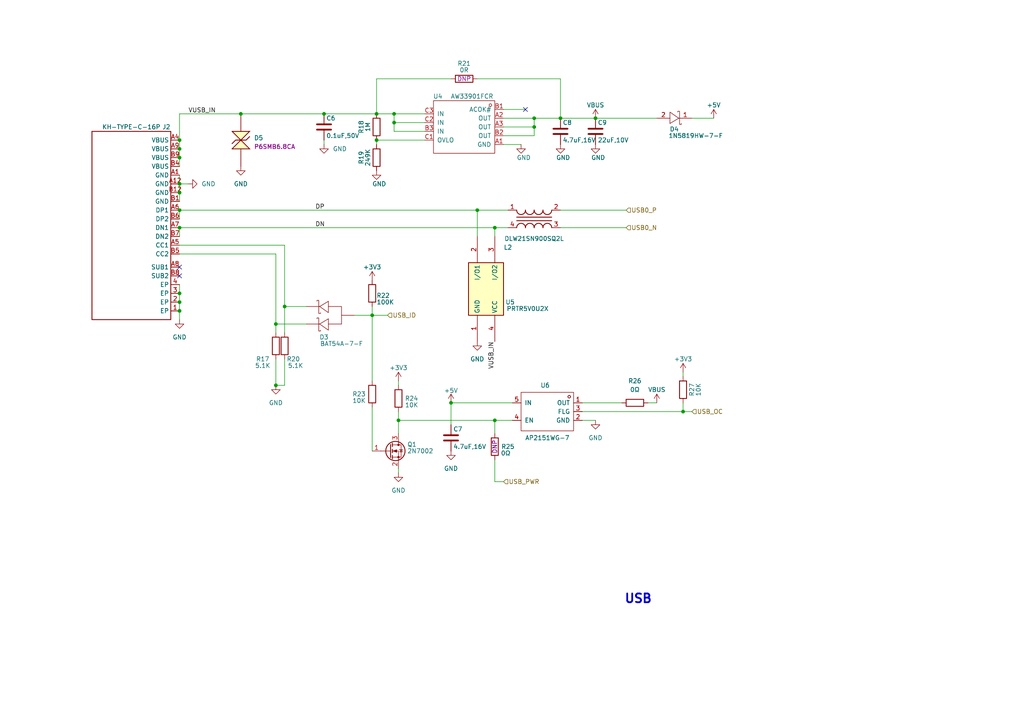
<source format=kicad_sch>
(kicad_sch (version 20230121) (generator eeschema)
  (paper "A4")
  (title_block (title "HPM6750 ADC EVK") (date "2023-5-25") (rev "A"))
  (lib_symbols
    (symbol "02_HPM_RES:0Ω" (pin_numbers hide) (pin_names (offset 0))
      (property "Reference" "R" (at -3.81 0.635 0))
      (property "Value" "0Ω" (at 5.08 0.635 0))
      (symbol "0Ω_0_1"
        (rectangle (start 2.54 -1.016) (end -2.54 1.016) (stroke (width 0.254)))
      )
      (symbol "0Ω_1_1"
        (pin passive line (at -3.81 0 0) (length 1.27) (name "~") (number "1"))
        (pin passive line (at 3.81 0 180) (length 1.27) (name "~") (number "2"))
      )
    )
    (symbol "02_HPM_RES:10K" (pin_numbers hide) (pin_names (offset 0))
      (property "Reference" "R" (at -3.81 0.635 0))
      (property "Value" "10K" (at 4.445 0.635 0))
      (symbol "10K_0_1"
        (rectangle (start 2.54 -1.016) (end -2.54 1.016) (stroke (width 0.254)))
      )
      (symbol "10K_1_1"
        (pin passive line (at -3.81 0 0) (length 1.27) (name "~") (number "1"))
        (pin passive line (at 3.81 0 180) (length 1.27) (name "~") (number "2"))
      )
    )
    (symbol "02_HPM_Resis:10K" (pin_numbers hide) (pin_names (offset 0))
      (property "Reference" "R" (at -3.81 0.635 0))
      (property "Value" "10K" (at 4.445 0.635 0))
      (symbol "10K_0_1"
        (rectangle (start 2.54 -1.016) (end -2.54 1.016) (stroke (width 0.254)))
      )
      (symbol "10K_1_1"
        (pin passive line (at -3.81 0 0) (length 1.27) (name "~") (number "1"))
        (pin passive line (at 3.81 0 180) (length 1.27) (name "~") (number "2"))
      )
    )
    (symbol "02_HPM_Resis:5.1K" (pin_numbers hide) (pin_names (offset 0))
      (property "Reference" "R" (at -3.81 0.635 0))
      (property "Value" "5.1K" (at 5.08 0.635 0))
      (symbol "5.1K_0_1"
        (rectangle (start 2.54 -1.016) (end -2.54 1.016) (stroke (width 0.254)))
      )
      (symbol "5.1K_1_1"
        (pin passive line (at -3.81 0 0) (length 1.27) (name "~") (number "1"))
        (pin passive line (at 3.81 0 180) (length 1.27) (name "~") (number "2"))
      )
    )
    (symbol "02_HPM_Resis:NC" (pin_numbers hide) (pin_names (offset 0))
      (property "Reference" "R" (at -3.81 0.635 0))
      (property "Value" "NC" (at 4.445 0.635 0))
      (symbol "NC_0_1"
        (rectangle (start 2.54 -1.016) (end -2.54 1.016) (stroke (width 0.254)))
      )
      (symbol "NC_1_1"
        (pin passive line (at -3.81 0 0) (length 1.27) (name "~") (number "1"))
        (pin passive line (at 3.81 0 180) (length 1.27) (name "~") (number "2"))
      )
    )
    (symbol "03_HPM_CAP:0.1uF,50V" (pin_numbers hide) (pin_names (offset 0.254))
      (property "Reference" "C" (at 0.635 2.54 0))
      (property "Value" "0.1uF,50V" (at 0.635 -2.54 0))
      (symbol "0.1uF,50V_0_1"
        (polyline (pts (xy -2.032 -0.762) (xy 2.032 -0.762)) (stroke (width 0.508)))
        (polyline (pts (xy -2.032 0.762) (xy 2.032 0.762)) (stroke (width 0.508)))
      )
      (symbol "0.1uF,50V_1_1"
        (pin passive line (at 0 3.81 270) (length 2.794) (name "~") (number "1"))
        (pin passive line (at 0 -3.81 90) (length 2.794) (name "~") (number "2"))
      )
    )
    (symbol "03_HPM_CAP:22uF,10V" (pin_numbers hide) (pin_names (offset 0.254))
      (property "Reference" "C" (at 0.635 2.54 0))
      (property "Value" "22uF,10V" (at 0.635 -2.54 0))
      (symbol "22uF,10V_0_1"
        (polyline (pts (xy -2.032 -0.762) (xy 2.032 -0.762)) (stroke (width 0.508)))
        (polyline (pts (xy -2.032 0.762) (xy 2.032 0.762)) (stroke (width 0.508)))
      )
      (symbol "22uF,10V_1_1"
        (pin passive line (at 0 3.81 270) (length 2.794) (name "~") (number "1"))
        (pin passive line (at 0 -3.81 90) (length 2.794) (name "~") (number "2"))
      )
    )
    (symbol "03_HPM_CAP:4.7uF,10V" (pin_numbers hide) (pin_names (offset 0.254))
      (property "Reference" "C" (at 0.635 2.54 0))
      (property "Value" "4.7uF,10V" (at 0.635 -2.54 0))
      (symbol "4.7uF,10V_0_1"
        (polyline (pts (xy -2.032 -0.762) (xy 2.032 -0.762)) (stroke (width 0.508)))
        (polyline (pts (xy -2.032 0.762) (xy 2.032 0.762)) (stroke (width 0.508)))
      )
      (symbol "4.7uF,10V_1_1"
        (pin passive line (at 0 3.81 270) (length 2.794) (name "~") (number "1"))
        (pin passive line (at 0 -3.81 90) (length 2.794) (name "~") (number "2"))
      )
    )
    (symbol "04_HPM_Diode: 1N5819HW-7-F" (pin_names (offset 1.016) hide)
      (property "Reference" "D" (at -10.16 3.175 0))
      (property "Value" " 1N5819HW-7-F" (at -0.635 3.175 0))
      (symbol " 1N5819HW-7-F_1_1"
        (polyline (pts (xy 1.27 1.524) (xy -1.27 0) (xy -1.27 0) (xy 1.27 -1.778) (xy 1.27 -1.778) (xy 1.27 1.524)))
        (polyline (pts (xy -2.032 1.524) (xy -2.032 1.778) (xy -2.032 1.778) (xy -1.524 1.778) (xy -1.524 1.778) (xy -1.524 -2.032) (xy -1.524 -2.032) (xy -1.016 -2.032) (xy -1.016 -2.032) (xy -1.016 -1.778)))
        (pin input line (at -5.08 0 0) (length 3.81) (name "K") (number "1"))
        (pin input line (at 5.08 0 180) (length 3.81) (name "A") (number "2"))
      )
    )
    (symbol "04_HPM_Diode:BAT54A-7-F" (pin_numbers hide) (pin_names (offset 1.016) hide)
      (property "Reference" "D" (at 0 0 0))
      (property "Value" "BAT54A-7-F" (at 0.635 -5.715 0))
      (symbol "BAT54A-7-F_1_1"
        (polyline (pts (xy -1.27 2.54) (xy -5.08 2.54)))
        (polyline (pts (xy -1.27 -2.54) (xy -5.08 -2.54) (xy -5.08 -2.54) (xy -5.08 2.54)))
        (polyline (pts (xy -1.27 -4.064) (xy 1.27 -2.54) (xy 1.27 -2.54) (xy -1.27 -0.762) (xy -1.27 -0.762) (xy -1.27 -4.064)))
        (polyline (pts (xy -1.27 1.016) (xy 1.27 2.54) (xy 1.27 2.54) (xy -1.27 4.318) (xy -1.27 4.318) (xy -1.27 1.016)))
        (polyline (pts (xy 2.032 -4.064) (xy 2.032 -4.318) (xy 2.032 -4.318) (xy 1.524 -4.318) (xy 1.524 -4.318) (xy 1.524 -0.508) (xy 1.524 -0.508) (xy 1.016 -0.508) (xy 1.016 -0.508) (xy 1.016 -0.762)))
        (polyline (pts (xy 2.032 1.016) (xy 2.032 0.762) (xy 2.032 0.762) (xy 1.524 0.762) (xy 1.524 0.762) (xy 1.524 4.572) (xy 1.524 4.572) (xy 1.016 4.572) (xy 1.016 4.572) (xy 1.016 4.318)))
        (pin input line (at 5.08 -2.54 180) (length 3.81) (name "A") (number "1"))
        (pin input line (at 5.08 2.54 180) (length 3.81) (name "A") (number "2"))
        (pin input line (at -8.89 0 0) (length 3.81) (name "K") (number "3"))
      )
    )
    (symbol "04_HPM_Diode:PRTR5V0U2X"
      (property "Reference" "U" (at 12.065 -5.715 0))
      (property "Value" "PRTR5V0U2X" (at 7.62 -33.02 0))
      (symbol "PRTR5V0U2X_1_0"
        (rectangle (start 12.7 -7.62) (end 2.54 -22.86) (stroke (width 0.254)) (fill (type background)))
        (pin passive line (at 5.08 -30.48 90) (length 7.62) (name "GND") (number "1"))
        (pin passive line (at 5.08 0 270) (length 7.62) (name "I/O1") (number "2"))
        (pin passive line (at 10.16 0 270) (length 7.62) (name "I/O2") (number "3"))
        (pin passive line (at 10.16 -30.48 90) (length 7.62) (name "VCC") (number "4"))
      )
    )
    (symbol "06_HPM_IC:AP2151WG-7" (pin_names (offset 1.016))
      (property "Reference" "U" (at 0 0 0))
      (property "Value" "AP2151WG-7" (at 0 -7.62 0))
      (symbol "AP2151WG-7_1_1"
        (rectangle (start -7.62 -5.588) (end 7.62 5.588))
        (circle (center -6.35 4.318) (radius 0.381))
        (circle (center -6.35 4.318) (radius 0.381))
        (pin input line (at -10.16 2.54 0) (length 2.54) (name "OUT") (number "1"))
        (pin input line (at -10.16 -2.54 0) (length 2.54) (name "GND") (number "2"))
        (pin input line (at -10.16 0 0) (length 2.54) (name "FLG") (number "3"))
        (pin input line (at 10.16 -2.54 180) (length 2.54) (name "EN") (number "4"))
        (pin input line (at 10.16 2.54 180) (length 2.54) (name "IN") (number "5"))
      )
    )
    (symbol "06_HPM_IC:AW33901FCR" (pin_names (offset 1.016))
      (property "Reference" "U" (at -7.62 8.89 0))
      (property "Value" "AW33901FCR" (at 0 8.89 0))
      (symbol "AW33901FCR_1_1"
        (rectangle (start -8.89 7.62) (end 8.89 -7.62))
        (circle (center 7.62 6.35) (radius 0.381))
        (pin input line (at 11.43 -5.08 180) (length 2.54) (name "GND") (number "A1"))
        (pin input line (at 11.43 2.54 180) (length 2.54) (name "OUT") (number "A2"))
        (pin input line (at 11.43 0 180) (length 2.54) (name "OUT") (number "A3"))
        (pin input line (at 11.43 5.08 180) (length 2.54) (name "ACOK#") (number "B1"))
        (pin input line (at 11.43 -2.54 180) (length 2.54) (name "OUT") (number "B2"))
        (pin input line (at -11.43 -1.27 0) (length 2.54) (name "IN") (number "B3"))
        (pin input line (at -11.43 -3.81 0) (length 2.54) (name "OVLO") (number "C1"))
        (pin input line (at -11.43 1.27 0) (length 2.54) (name "IN") (number "C2"))
        (pin input line (at -11.43 3.81 0) (length 2.54) (name "IN") (number "C3"))
      )
    )
    (symbol "07_HPM_L:DLW21SN900SQ2L"
      (property "Reference" "L" (at 0 0 0))
      (property "Value" "DLW21SN900SQ2L" (at 8.89 -9.525 0))
      (symbol "DLW21SN900SQ2L_1_0"
        (polyline (pts (xy 3.81 -5.588) (xy 13.97 -5.588)) (stroke (width 0.254)))
        (polyline (pts (xy 3.81 -4.572) (xy 13.97 -4.572)) (stroke (width 0.254)))
        (arc (start 3.81 -2.54) (mid 5.08 -3.8045) (end 6.35 -2.54) (stroke (width 0.254)))
        (arc (start 6.35 -7.62) (mid 5.08 -6.3555) (end 3.81 -7.62) (stroke (width 0.254)))
        (arc (start 6.35 -2.54) (mid 7.62 -3.8045) (end 8.89 -2.54) (stroke (width 0.254)))
        (arc (start 8.89 -7.62) (mid 7.62 -6.3555) (end 6.35 -7.62) (stroke (width 0.254)))
        (arc (start 8.89 -2.54) (mid 10.16 -3.8045) (end 11.43 -2.54) (stroke (width 0.254)))
        (arc (start 11.43 -7.62) (mid 10.16 -6.3555) (end 8.89 -7.62) (stroke (width 0.254)))
        (arc (start 11.43 -2.54) (mid 12.7 -3.8045) (end 13.97 -2.54) (stroke (width 0.254)))
        (arc (start 13.97 -7.62) (mid 12.7 -6.3555) (end 11.43 -7.62) (stroke (width 0.254)))
        (pin passive line (at 1.27 -7.62 0) (length 2.54) (name "") (number "1"))
        (pin passive line (at 16.51 -7.62 180) (length 2.54) (name "") (number "2"))
        (pin passive line (at 16.51 -2.54 180) (length 2.54) (name "") (number "3"))
        (pin passive line (at 1.27 -2.54 0) (length 2.54) (name "") (number "4"))
      )
    )
    (symbol "1HPM0531:KH-TYPE-C-16P"
      (property "Reference" "J" (at 21.59 1.27 0))
      (property "Value" "KH-TYPE-C-16P" (at 11.43 1.27 0))
      (symbol "KH-TYPE-C-16P_1_0"
        (rectangle (start 0 0) (end 22.86 -54.61) (stroke (width 0.254)))
        (pin passive line (at 25.4 -52.07 180) (length 2.54) (name "EP") (number "1"))
        (pin passive line (at 25.4 -49.53 180) (length 2.54) (name "EP") (number "2"))
        (pin passive line (at 25.4 -46.99 180) (length 2.54) (name "EP") (number "3"))
        (pin passive line (at 25.4 -44.45 180) (length 2.54) (name "EP") (number "4"))
        (pin passive line (at 25.4 -12.7 180) (length 2.54) (name "GND") (number "A1"))
        (pin passive line (at 25.4 -15.24 180) (length 2.54) (name "GND") (number "A12"))
        (pin passive line (at 25.4 -2.54 180) (length 2.54) (name "VBUS") (number "A4"))
        (pin passive line (at 25.4 -33.02 180) (length 2.54) (name "CC1") (number "A5"))
        (pin passive line (at 25.4 -22.86 180) (length 2.54) (name "DP1") (number "A6"))
        (pin passive line (at 25.4 -27.94 180) (length 2.54) (name "DN1") (number "A7"))
        (pin passive line (at 25.4 -39.37 180) (length 2.54) (name "SUB1") (number "A8"))
        (pin passive line (at 25.4 -5.08 180) (length 2.54) (name "VBUS") (number "A9"))
        (pin passive line (at 25.4 -20.32 180) (length 2.54) (name "GND") (number "B1"))
        (pin passive line (at 25.4 -17.78 180) (length 2.54) (name "GND") (number "B12"))
        (pin passive line (at 25.4 -10.16 180) (length 2.54) (name "VBUS") (number "B4"))
        (pin passive line (at 25.4 -35.56 180) (length 2.54) (name "CC2") (number "B5"))
        (pin passive line (at 25.4 -25.4 180) (length 2.54) (name "DP2") (number "B6"))
        (pin passive line (at 25.4 -30.48 180) (length 2.54) (name "DN2") (number "B7"))
        (pin passive line (at 25.4 -41.91 180) (length 2.54) (name "SUB2") (number "B8"))
        (pin passive line (at 25.4 -7.62 180) (length 2.54) (name "VBUS") (number "B9"))
      )
    )
    (symbol "Transistor_FET:2N7002" (pin_names hide)
      (property "Reference" "Q" (at 5.08 1.905 0))
      (property "Value" "2N7002" (at 5.08 0 0))
      (symbol "2N7002_0_1"
        (polyline (pts (xy 0.254 0) (xy -2.54 0)))
        (polyline (pts (xy 0.254 1.905) (xy 0.254 -1.905)) (stroke (width 0.254)))
        (polyline (pts (xy 0.762 -1.27) (xy 0.762 -2.286)) (stroke (width 0.254)))
        (polyline (pts (xy 0.762 0.508) (xy 0.762 -0.508)) (stroke (width 0.254)))
        (polyline (pts (xy 0.762 2.286) (xy 0.762 1.27)) (stroke (width 0.254)))
        (polyline (pts (xy 2.54 2.54) (xy 2.54 1.778)))
        (polyline (pts (xy 2.54 -2.54) (xy 2.54 0) (xy 0.762 0)))
        (polyline (pts (xy 0.762 -1.778) (xy 3.302 -1.778) (xy 3.302 1.778) (xy 0.762 1.778)))
        (polyline (pts (xy 1.016 0) (xy 2.032 0.381) (xy 2.032 -0.381) (xy 1.016 0)) (fill (type outline)))
        (polyline (pts (xy 2.794 0.508) (xy 2.921 0.381) (xy 3.683 0.381) (xy 3.81 0.254)))
        (polyline (pts (xy 3.302 0.381) (xy 2.921 -0.254) (xy 3.683 -0.254) (xy 3.302 0.381)))
        (circle (center 1.651 0) (radius 2.794) (stroke (width 0.254)))
        (circle (center 2.54 -1.778) (radius 0.254) (fill (type outline)))
        (circle (center 2.54 1.778) (radius 0.254) (fill (type outline)))
      )
      (symbol "2N7002_1_1"
        (pin input line (at -5.08 0 0) (length 2.54) (name "G") (number "1"))
        (pin passive line (at 2.54 -5.08 90) (length 2.54) (name "S") (number "2"))
        (pin passive line (at 2.54 5.08 270) (length 2.54) (name "D") (number "3"))
      )
    )
    (symbol "lc_Diode:SMB/DO-214AA_P6SMB6.8CA" (pin_numbers hide) (pin_names (offset 1.016) hide)
      (property "Reference" "D" (at -0.0254 1.27 0))
      (property "Comment" "P6SMB6.8CA" (at 3.7846 1.27 0))
      (symbol "SMB/DO-214AA_P6SMB6.8CA_1_1"
        (polyline (pts (xy 5.08 -5.08) (xy 7.62 -2.54) (xy 5.08 0) (xy 5.08 -5.08)) (stroke (width 0.254)) (fill (type background)))
        (polyline (pts (xy 8.636 -5.08) (xy 7.62 -4.064) (xy 7.62 -1.016) (xy 6.604 0)) (stroke (width 0.254)))
        (polyline (pts (xy 10.16 -5.08) (xy 7.62 -2.54) (xy 10.16 0) (xy 10.16 -5.08)) (stroke (width 0.254)) (fill (type background)))
        (pin passive line (at 0 -2.54 0) (length 5.08) (name "A") (number "1"))
        (pin passive line (at 15.24 -2.54 180) (length 5.08) (name "K") (number "2"))
      )
    )
    (symbol "power:+3V3" (power) (pin_names (offset 0))
      (property "Value" "+3V3" (at 0 3.556 0))
      (symbol "+3V3_0_1"
        (polyline (pts (xy -0.762 1.27) (xy 0 2.54)))
        (polyline (pts (xy 0 0) (xy 0 2.54)))
        (polyline (pts (xy 0 2.54) (xy 0.762 1.27)))
      )
      (symbol "+3V3_1_1"
        (pin power_in line (at 0 0 90) (length 0) hide (name "+3V3") (number "1"))
      )
    )
    (symbol "power:+5V" (power) (pin_names (offset 0))
      (property "Value" "+5V" (at 0 3.556 0))
      (symbol "+5V_0_1"
        (polyline (pts (xy -0.762 1.27) (xy 0 2.54)))
        (polyline (pts (xy 0 0) (xy 0 2.54)))
        (polyline (pts (xy 0 2.54) (xy 0.762 1.27)))
      )
      (symbol "+5V_1_1"
        (pin power_in line (at 0 0 90) (length 0) hide (name "+5V") (number "1"))
      )
    )
    (symbol "power:GND" (power) (pin_names (offset 0))
      (property "Value" "GND" (at 0 -3.81 0))
      (symbol "GND_0_1"
        (polyline (pts (xy 0 0) (xy 0 -1.27) (xy 1.27 -1.27) (xy 0 -2.54) (xy -1.27 -1.27) (xy 0 -1.27)))
      )
      (symbol "GND_1_1"
        (pin power_in line (at 0 0 270) (length 0) hide (name "GND") (number "1"))
      )
    )
    (symbol "power:VBUS" (power) (pin_names (offset 0))
      (property "Value" "VBUS" (at 0 3.81 0))
      (symbol "VBUS_0_1"
        (polyline (pts (xy -0.762 1.27) (xy 0 2.54)))
        (polyline (pts (xy 0 0) (xy 0 2.54)))
        (polyline (pts (xy 0 2.54) (xy 0.762 1.27)))
      )
      (symbol "VBUS_1_1"
        (pin power_in line (at 0 0 90) (length 0) hide (name "VBUS") (number "1"))
      )
    )
  )
  (junction (at 52.07 53.34))
  (junction (at 162.56 34.29))
  (junction (at 172.72 34.29))
  (junction (at 114.3 33.02))
  (junction (at 52.07 43.18))
  (junction (at 154.94 36.83))
  (junction (at 52.07 45.72))
  (junction (at 52.07 60.96))
  (junction (at 52.07 55.88))
  (junction (at 52.07 40.64))
  (junction (at 130.81 116.84))
  (junction (at 114.3 35.56))
  (junction (at 69.85 33.02))
  (junction (at 115.57 121.92))
  (junction (at 154.94 34.29))
  (junction (at 143.51 121.92))
  (junction (at 52.07 87.63))
  (junction (at 80.01 111.76))
  (junction (at 80.01 93.98))
  (junction (at 93.98 33.02))
  (junction (at 109.22 33.02))
  (junction (at 198.12 119.38))
  (junction (at 82.55 88.9))
  (junction (at 143.51 66.04))
  (junction (at 109.22 40.64))
  (junction (at 52.07 85.09))
  (junction (at 107.95 91.44))
  (junction (at 52.07 66.04))
  (junction (at 52.07 90.17))
  (junction (at 138.43 60.96))
  (no_connect (at 152.4 31.75))
  (no_connect (at 52.07 80.01))
  (no_connect (at 52.07 77.47))
  (wire (pts (xy 115.57 121.92) (xy 143.51 121.92)))
  (wire (pts (xy 143.51 66.04) (xy 147.32 66.04)))
  (wire (pts (xy 198.12 119.38) (xy 200.66 119.38)))
  (wire (pts (xy 52.07 43.18) (xy 52.07 45.72)))
  (wire (pts (xy 143.51 66.04) (xy 143.51 68.58)))
  (wire (pts (xy 154.94 39.37) (xy 154.94 36.83)))
  (wire (pts (xy 154.94 34.29) (xy 162.56 34.29)))
  (wire (pts (xy 123.19 38.1) (xy 114.3 38.1)))
  (wire (pts (xy 200.66 34.29) (xy 207.01 34.29)))
  (wire (pts (xy 146.05 139.7) (xy 143.51 139.7)))
  (wire (pts (xy 146.05 34.29) (xy 154.94 34.29)))
  (wire (pts (xy 146.05 41.91) (xy 151.13 41.91)))
  (wire (pts (xy 172.72 121.92) (xy 168.91 121.92)))
  (wire (pts (xy 52.07 55.88) (xy 52.07 58.42)))
  (wire (pts (xy 109.22 41.91) (xy 109.22 40.64)))
  (wire (pts (xy 52.07 53.34) (xy 52.07 55.88)))
  (wire (pts (xy 115.57 121.92) (xy 115.57 125.73)))
  (wire (pts (xy 93.98 33.02) (xy 109.22 33.02)))
  (wire (pts (xy 82.55 104.14) (xy 82.55 111.76)))
  (wire (pts (xy 52.07 60.96) (xy 52.07 63.5)))
  (wire (pts (xy 198.12 107.95) (xy 198.12 109.22)))
  (wire (pts (xy 162.56 22.86) (xy 162.56 34.29)))
  (wire (pts (xy 54.61 53.34) (xy 52.07 53.34)))
  (wire (pts (xy 52.07 82.55) (xy 52.07 85.09)))
  (wire (pts (xy 115.57 137.16) (xy 115.57 135.89)))
  (wire (pts (xy 114.3 35.56) (xy 114.3 33.02)))
  (wire (pts (xy 52.07 92.71) (xy 52.07 90.17)))
  (wire (pts (xy 146.05 36.83) (xy 154.94 36.83)))
  (wire (pts (xy 52.07 66.04) (xy 143.51 66.04)))
  (wire (pts (xy 115.57 119.38) (xy 115.57 121.92)))
  (wire (pts (xy 52.07 73.66) (xy 80.01 73.66)))
  (wire (pts (xy 154.94 36.83) (xy 154.94 34.29)))
  (wire (pts (xy 107.95 118.11) (xy 107.95 130.81)))
  (wire (pts (xy 52.07 50.8) (xy 52.07 53.34)))
  (wire (pts (xy 109.22 40.64) (xy 123.19 40.64)))
  (wire (pts (xy 93.98 41.91) (xy 93.98 40.64)))
  (wire (pts (xy 52.07 71.12) (xy 82.55 71.12)))
  (wire (pts (xy 52.07 85.09) (xy 52.07 87.63)))
  (wire (pts (xy 115.57 110.49) (xy 115.57 111.76)))
  (wire (pts (xy 69.85 33.02) (xy 93.98 33.02)))
  (wire (pts (xy 109.22 33.02) (xy 114.3 33.02)))
  (wire (pts (xy 109.22 22.86) (xy 109.22 33.02)))
  (wire (pts (xy 114.3 35.56) (xy 123.19 35.56)))
  (wire (pts (xy 107.95 91.44) (xy 107.95 110.49)))
  (wire (pts (xy 82.55 88.9) (xy 82.55 96.52)))
  (wire (pts (xy 52.07 40.64) (xy 52.07 33.02)))
  (wire (pts (xy 138.43 60.96) (xy 138.43 68.58)))
  (wire (pts (xy 52.07 87.63) (xy 52.07 90.17)))
  (wire (pts (xy 80.01 93.98) (xy 80.01 96.52)))
  (wire (pts (xy 82.55 71.12) (xy 82.55 88.9)))
  (wire (pts (xy 190.5 116.84) (xy 187.96 116.84)))
  (wire (pts (xy 82.55 111.76) (xy 80.01 111.76)))
  (wire (pts (xy 148.59 121.92) (xy 143.51 121.92)))
  (wire (pts (xy 198.12 116.84) (xy 198.12 119.38)))
  (wire (pts (xy 52.07 45.72) (xy 52.07 48.26)))
  (wire (pts (xy 162.56 60.96) (xy 181.61 60.96)))
  (wire (pts (xy 143.51 133.35) (xy 143.51 139.7)))
  (wire (pts (xy 168.91 116.84) (xy 180.34 116.84)))
  (wire (pts (xy 52.07 40.64) (xy 52.07 43.18)))
  (wire (pts (xy 52.07 60.96) (xy 138.43 60.96)))
  (wire (pts (xy 138.43 60.96) (xy 147.32 60.96)))
  (wire (pts (xy 168.91 119.38) (xy 198.12 119.38)))
  (wire (pts (xy 138.43 22.86) (xy 162.56 22.86)))
  (wire (pts (xy 102.87 91.44) (xy 107.95 91.44)))
  (wire (pts (xy 80.01 73.66) (xy 80.01 93.98)))
  (wire (pts (xy 107.95 88.9) (xy 107.95 91.44)))
  (wire (pts (xy 80.01 93.98) (xy 88.9 93.98)))
  (wire (pts (xy 130.81 116.84) (xy 148.59 116.84)))
  (wire (pts (xy 52.07 33.02) (xy 69.85 33.02)))
  (wire (pts (xy 143.51 121.92) (xy 143.51 125.73)))
  (wire (pts (xy 114.3 38.1) (xy 114.3 35.56)))
  (wire (pts (xy 146.05 31.75) (xy 152.4 31.75)))
  (wire (pts (xy 52.07 66.04) (xy 52.07 68.58)))
  (wire (pts (xy 130.81 116.84) (xy 130.81 123.19)))
  (wire (pts (xy 80.01 104.14) (xy 80.01 111.76)))
  (wire (pts (xy 130.81 22.86) (xy 109.22 22.86)))
  (wire (pts (xy 82.55 88.9) (xy 88.9 88.9)))
  (wire (pts (xy 162.56 34.29) (xy 172.72 34.29)))
  (wire (pts (xy 162.56 66.04) (xy 181.61 66.04)))
  (wire (pts (xy 114.3 33.02) (xy 123.19 33.02)))
  (wire (pts (xy 172.72 34.29) (xy 190.5 34.29)))
  (wire (pts (xy 107.95 91.44) (xy 112.395 91.44)))
  (wire (pts (xy 146.05 39.37) (xy 154.94 39.37)))
  (text "USB" (at 180.975 175.26 0) (effects (font (size 2.54 2.54) (thickness 0.508) bold) (justify left bottom)))
  (label "VUSB_IN" (at 54.61 33.02 0))
  (label "DN" (at 91.44 66.04 0))
  (label "VUSB_IN" (at 143.51 99.06 270))
  (label "DP" (at 91.44 60.96 0))
  (hierarchical_label "USB_ID" (shape input) (at 112.395 91.44 0))
  (hierarchical_label "USB0_N" (shape input) (at 181.61 66.04 0))
  (hierarchical_label "USB0_P" (shape input) (at 181.61 60.96 0))
  (hierarchical_label "USB_PWR" (shape input) (at 146.05 139.7 0))
  (hierarchical_label "USB_OC" (shape input) (at 200.66 119.38 0))
  (symbol (lib_id "02_HPM_Resis:10K") (at 109.22 45.72 90) (unit 1)
    (property "Reference" "R19" (at 104.775 45.72 0))
    (property "Value" "249K" (at 106.68 45.72 0))
    (property "Footprint" "02_HPM_Resis:R_0402_1005Metric" (effects hide))
    (instances (project "HPM5300_ADC_EVK_RevA" (path "" (reference "R19") (unit 1))) (project "Four_Servo_HPM6280_MB" (path "" (reference "R20") (unit 1))))
  )
  (symbol (lib_id "power:GND") (at 69.85 48.26 0) (unit 1)
    (property "Reference" "#PWR043" (effects hide))
    (property "Value" "GND" (at 69.85 53.34 0))
    (instances (project "HPM5300_ADC_EVK_RevA" (path "" (reference "#PWR043") (unit 1))) (project "Four_Servo_HPM6280_MB" (path "" (reference "#PWR038") (unit 1))))
  )
  (symbol (lib_id "power:+5V") (at 130.81 116.84 0) (unit 1)
    (property "Reference" "#PWR033" (effects hide))
    (property "Value" "+5V" (at 130.81 113.284 0))
    (instances (project "HPM5300_ADC_EVK_RevA" (path "" (reference "#PWR033") (unit 1))) (project "Four_Servo_HPM6280_MB" (path "" (reference "#PWR046") (unit 1))))
  )
  (symbol (lib_id "power:GND") (at 93.98 41.91 0) (unit 1)
    (property "Reference" "#PWR026" (effects hide))
    (property "Value" "GND" (at 96.52 43.1799 0) (effects (justify left)))
    (instances (project "HPM5300_ADC_EVK_RevA" (path "" (reference "#PWR026") (unit 1))) (project "Four_Servo_HPM6280_MB" (path "" (reference "#PWR039") (unit 1))))
  )
  (symbol (lib_id "power:GND") (at 172.72 41.91 0) (unit 1)
    (property "Reference" "#PWR038" (effects hide))
    (property "Value" "GND" (at 171.45 45.72 0) (effects (justify left)))
    (instances (project "HPM5300_ADC_EVK_RevA" (path "" (reference "#PWR038") (unit 1))) (project "Four_Servo_HPM6280_MB" (path "" (reference "#PWR052") (unit 1))))
  )
  (symbol (lib_id "power:GND") (at 115.57 137.16 0) (unit 1)
    (property "Reference" "#PWR031" (effects hide))
    (property "Value" "GND" (at 115.57 142.24 0))
    (instances (project "HPM5300_ADC_EVK_RevA" (path "" (reference "#PWR031") (unit 1))) (project "Four_Servo_HPM6280_MB" (path "" (reference "#PWR044") (unit 1))))
  )
  (symbol (lib_id "02_HPM_Resis:10K") (at 143.51 129.54 90) (unit 1)
    (property "Reference" "R25" (at 147.32 129.54 90))
    (property "Value" "0Ω" (at 146.685 131.445 90))
    (property "Footprint" "02_HPM_Resis:R_0402_1005Metric" (effects hide))
    (property "DNP" "DNP" (at 143.51 129.54 0))
    (instances (project "HPM5300_ADC_EVK_RevA" (path "" (reference "R25") (unit 1))) (project "Four_Servo_HPM6280_MB" (path "" (reference "R26") (unit 1))))
  )
  (symbol (lib_id "Transistor_FET:2N7002") (at 113.03 130.81 0) (unit 1)
    (property "Reference" "Q1" (at 118.11 128.905 0) (effects (justify left)))
    (property "Value" "2N7002" (at 118.11 130.81 0) (effects (justify left)))
    (property "Footprint" "Package_TO_SOT_SMD:SOT-23" (effects hide))
    (property "Datasheet" "https://www.onsemi.com/pub/Collateral/NDS7002A-D.PDF" (effects hide))
    (instances (project "HPM5300_ADC_EVK_RevA" (path "" (reference "Q1") (unit 1))) (project "Four_Servo_HPM6280_MB" (path "" (reference "Q2") (unit 1))))
  )
  (symbol (lib_id "03_HPM_CAP:4.7uF,10V") (at 130.81 127 0) (unit 1)
    (property "Reference" "C7" (at 131.445 124.46 0) (effects (justify left)))
    (property "Value" "4.7uF,16V" (at 131.445 129.54 0) (effects (justify left)))
    (property "Footprint" "03_HPM_CAP:C_0402_1005Metric" (effects hide))
    (instances (project "HPM5300_ADC_EVK_RevA" (path "" (reference "C7") (unit 1))) (project "Four_Servo_HPM6280_MB" (path "" (reference "C27") (unit 1))))
  )
  (symbol (lib_id "power:GND") (at 52.07 92.71 0) (unit 1)
    (property "Reference" "#PWR024" (effects hide))
    (property "Value" "GND" (at 52.07 97.79 0))
    (instances (project "HPM5300_ADC_EVK_RevA" (path "" (reference "#PWR024") (unit 1))) (project "Four_Servo_HPM6280_MB" (path "" (reference "#PWR037") (unit 1))))
  )
  (symbol (lib_id "lc_Diode:SMB/DO-214AA_P6SMB6.8CA") (at 67.31 48.26 90) (unit 1)
    (property "Reference" "D5" (at 73.66 40.005 90) (effects (justify right)))
    (property "Value" "SMB/DO-214AA_P6SMB6.8CA" (effects hide))
    (property "Footprint" "lc_lib:SMB(DO-214AA)_S1" (effects hide))
    (property "Datasheet" "http://www.szlcsc.com/product/details_79530.html" (effects hide))
    (property "description" "TVS" (effects hide))
    (property "ComponentLink1Description" "供应商链接" (effects hide))
    (property "Package" "SMB/DO-214AA" (effects hide))
    (property "Supplier" "LC" (effects hide))
    (property "SuppliersPartNumber" "C78395" (effects hide))
    (property "Comment" "P6SMB6.8CA" (at 73.66 42.545 90) (effects (justify right)))
    (instances (project "HPM5300_ADC_EVK_RevA" (path "" (reference "D5") (unit 1)) (path "" (reference "D5") (unit 1)) (path "" (reference "D6") (unit 1))))
  )
  (symbol (lib_id "07_HPM_L:DLW21SN900SQ2L") (at 146.05 68.58 0) (mirror x) (unit 1)
    (property "Reference" "L2" (at 147.32 71.755 0))
    (property "Value" "DLW21SN900SQ2L" (at 154.94 69.215 0))
    (property "Footprint" "04_HPM_Diode:SMD_4P_DLW21H" (effects hide))
    (instances (project "HPM5300_ADC_EVK_RevA" (path "" (reference "L2") (unit 1))) (project "Four_Servo_HPM6280_MB" (path "" (reference "L3") (unit 1))))
  )
  (symbol (lib_id "06_HPM_IC:AW33901FCR") (at 134.62 36.83 0) (unit 1)
    (property "Reference" "U4" (at 127 27.94 0))
    (property "Value" "AW33901FCR" (at 136.906 27.94 0))
    (property "Footprint" "06_HPM_IC:FCQFN-9" (effects hide))
    (property "SuppliersPartNumber" "C506184" (effects hide))
    (instances (project "HPM5300_ADC_EVK_RevA" (path "" (reference "U4") (unit 1))) (project "Four_Servo_HPM6280_MB" (path "" (reference "U7") (unit 1))))
  )
  (symbol (lib_id "power:GND") (at 172.72 121.92 0) (unit 1)
    (property "Reference" "#PWR039" (effects hide))
    (property "Value" "GND" (at 172.72 127 0))
    (instances (project "HPM5300_ADC_EVK_RevA" (path "" (reference "#PWR039") (unit 1))) (project "Four_Servo_HPM6280_MB" (path "" (reference "#PWR053") (unit 1))))
  )
  (symbol (lib_id "03_HPM_CAP:0.1uF,50V") (at 93.98 36.83 0) (unit 1)
    (property "Reference" "C6" (at 94.615 34.29 0) (effects (justify left)))
    (property "Value" "0.1uF,50V" (at 94.615 39.37 0) (effects (justify left)))
    (property "Footprint" "03_HPM_CAP:C_0402_1005Metric" (effects hide))
    (instances (project "HPM5300_ADC_EVK_RevA" (path "" (reference "C6") (unit 1))) (project "Four_Servo_HPM6280_MB" (path "" (reference "C26") (unit 1))))
  )
  (symbol (lib_id "power:+3V3") (at 198.12 107.95 0) (unit 1)
    (property "Reference" "#PWR049" (effects hide))
    (property "Value" "+3V3" (at 198.12 104.14 0))
    (instances (project "HPM5300_ADC_EVK_RevA" (path "" (reference "#PWR049") (unit 1)) (path "" (reference "#PWR0115") (unit 1)) (path "" (reference "#PWR042") (unit 1))))
  )
  (symbol (lib_id "power:GND") (at 162.56 41.91 0) (unit 1)
    (property "Reference" "#PWR035" (effects hide))
    (property "Value" "GND" (at 161.29 45.72 0) (effects (justify left)))
    (instances (project "HPM5300_ADC_EVK_RevA" (path "" (reference "#PWR035") (unit 1))) (project "Four_Servo_HPM6280_MB" (path "" (reference "#PWR048") (unit 1))))
  )
  (symbol (lib_id "power:GND") (at 138.43 99.06 0) (unit 1)
    (property "Reference" "#PWR036" (effects hide))
    (property "Value" "GND" (at 138.43 104.14 0))
    (instances (project "HPM5300_ADC_EVK_RevA" (path "" (reference "#PWR036") (unit 1))) (project "Four_Servo_HPM6280_MB" (path "" (reference "#PWR049") (unit 1))))
  )
  (symbol (lib_id "02_HPM_Resis:NC") (at 107.95 85.09 90) (unit 1)
    (property "Reference" "R22" (at 111.125 85.725 90))
    (property "Value" "100K" (at 111.76 87.63 90))
    (property "Footprint" "02_HPM_Resis:R_0402_1005Metric" (effects hide))
    (instances (project "HPM5300_ADC_EVK_RevA" (path "" (reference "R22") (unit 1))) (project "Four_Servo_HPM6280_MB" (path "" (reference "R23") (unit 1))))
  )
  (symbol (lib_id "power:+3V3") (at 115.57 110.49 0) (unit 1)
    (property "Reference" "#PWR049" (effects hide))
    (property "Value" "+3V3" (at 115.57 106.68 0))
    (instances (project "HPM5300_ADC_EVK_RevA" (path "" (reference "#PWR049") (unit 1)) (path "" (reference "#PWR0115") (unit 1)) (path "" (reference "#PWR030") (unit 1))))
  )
  (symbol (lib_id "04_HPM_Diode:PRTR5V0U2X") (at 133.35 68.58 0) (unit 1)
    (property "Reference" "U5" (at 147.955 87.63 0))
    (property "Value" "PRTR5V0U2X" (at 153.035 89.535 0))
    (property "Footprint" "Package_TO_SOT_SMD:SOT-143" (effects hide))
    (instances (project "HPM5300_ADC_EVK_RevA" (path "" (reference "U5") (unit 1))) (project "Four_Servo_HPM6280_MB" (path "" (reference "U8") (unit 1))))
  )
  (symbol (lib_id "02_HPM_Resis:5.1K") (at 80.01 100.33 270) (unit 1)
    (property "Reference" "R17" (at 76.2 104.14 90))
    (property "Value" "5.1K" (at 76.2 106.045 90))
    (property "Footprint" "02_HPM_Resis:R_0402_1005Metric" (effects hide))
    (instances (project "HPM5300_ADC_EVK_RevA" (path "" (reference "R17") (unit 1))) (project "Four_Servo_HPM6280_MB" (path "" (reference "R18") (unit 1))))
  )
  (symbol (lib_id "power:+3V3") (at 107.95 81.28 0) (unit 1)
    (property "Reference" "#PWR049" (effects hide))
    (property "Value" "+3V3" (at 107.95 77.47 0))
    (instances (project "HPM5300_ADC_EVK_RevA" (path "" (reference "#PWR049") (unit 1)) (path "" (reference "#PWR0115") (unit 1)) (path "" (reference "#PWR029") (unit 1))))
  )
  (symbol (lib_id "02_HPM_Resis:5.1K") (at 82.55 100.33 270) (unit 1)
    (property "Reference" "R20" (at 85.09 104.14 90))
    (property "Value" "5.1K" (at 85.725 106.045 90))
    (property "Footprint" "02_HPM_Resis:R_0402_1005Metric" (effects hide))
    (instances (project "HPM5300_ADC_EVK_RevA" (path "" (reference "R20") (unit 1))) (project "Four_Servo_HPM6280_MB" (path "" (reference "R21") (unit 1))))
  )
  (symbol (lib_id "06_HPM_IC:AP2151WG-7") (at 158.75 119.38 0) (mirror y) (unit 1)
    (property "Reference" "U6" (at 158.115 111.76 0))
    (property "Value" "AP2151WG-7" (at 158.75 127 0))
    (property "Footprint" "Package_TO_SOT_SMD:SOT-23-5" (effects hide))
    (property "SuppliersPartNumber" "C110464" (effects hide))
    (instances (project "HPM5300_ADC_EVK_RevA" (path "" (reference "U6") (unit 1))) (project "Four_Servo_HPM6280_MB" (path "" (reference "U9") (unit 1))))
  )
  (symbol (lib_id "04_HPM_Diode: 1N5819HW-7-F") (at 195.58 34.29 180) (unit 1)
    (property "Reference" "D4" (at 195.58 37.465 0))
    (property "Value" " 1N5819HW-7-F" (at 201.295 39.37 0))
    (property "Footprint" "Diode_SMD:D_SOD-123" (effects hide))
    (property "SuppliersPartNumber" "C115726" (effects hide))
    (instances (project "HPM5300_ADC_EVK_RevA" (path "" (reference "D4") (unit 1))) (project "Four_Servo_HPM6280_MB" (path "" (reference "D9") (unit 1))))
  )
  (symbol (lib_id "power:VBUS") (at 190.5 116.84 0) (unit 1)
    (property "Reference" "#PWR041" (effects hide))
    (property "Value" "VBUS" (at 190.5 113.03 0))
    (instances (project "HPM5300_ADC_EVK_RevA" (path "" (reference "#PWR041") (unit 1))) (project "Four_Servo_HPM6280_MB" (path "" (reference "#PWR055") (unit 1))))
  )
  (symbol (lib_id "03_HPM_CAP:22uF,10V") (at 172.72 38.1 0) (unit 1)
    (property "Reference" "C9" (at 173.355 35.56 0) (effects (justify left)))
    (property "Value" "22uF,10V" (at 173.355 40.64 0) (effects (justify left)))
    (property "Footprint" "03_HPM_CAP:C_0805_2012Metric" (effects hide))
    (instances (project "HPM5300_ADC_EVK_RevA" (path "" (reference "C9") (unit 1))) (project "Four_Servo_HPM6280_MB" (path "" (reference "C29") (unit 1))))
  )
  (symbol (lib_id "02_HPM_RES:10K") (at 107.95 114.3 90) (unit 1)
    (property "Reference" "R23" (at 104.14 114.3 90))
    (property "Value" "10K" (at 104.14 116.205 90))
    (property "Footprint" "02_HPM_Resis:R_0402_1005Metric" (effects hide))
    (instances (project "HPM5300_ADC_EVK_RevA" (path "" (reference "R23") (unit 1))) (project "Four_Servo_HPM6280_MB" (path "" (reference "R24") (unit 1))))
  )
  (symbol (lib_id "power:GND") (at 54.61 53.34 90) (unit 1)
    (property "Reference" "#PWR025" (effects hide))
    (property "Value" "GND" (at 58.42 53.3399 90) (effects (justify right)))
    (instances (project "HPM5300_ADC_EVK_RevA" (path "" (reference "#PWR025") (unit 1))) (project "Four_Servo_HPM6280_MB" (path "" (reference "#PWR038") (unit 1))))
  )
  (symbol (lib_id "power:VBUS") (at 172.72 34.29 0) (unit 1)
    (property "Reference" "#PWR037" (effects hide))
    (property "Value" "VBUS" (at 172.72 30.48 0))
    (instances (project "HPM5300_ADC_EVK_RevA" (path "" (reference "#PWR037") (unit 1))) (project "Four_Servo_HPM6280_MB" (path "" (reference "#PWR051") (unit 1))))
  )
  (symbol (lib_id "power:+5V") (at 207.01 34.29 0) (unit 1)
    (property "Reference" "#PWR040" (effects hide))
    (property "Value" "+5V" (at 207.01 30.48 0))
    (instances (project "HPM5300_ADC_EVK_RevA" (path "" (reference "#PWR040") (unit 1))) (project "Four_Servo_HPM6280_MB" (path "" (reference "#PWR054") (unit 1))))
  )
  (symbol (lib_id "power:GND") (at 130.81 130.81 0) (unit 1)
    (property "Reference" "#PWR034" (effects hide))
    (property "Value" "GND" (at 130.81 135.89 0))
    (instances (project "HPM5300_ADC_EVK_RevA" (path "" (reference "#PWR034") (unit 1))) (project "Four_Servo_HPM6280_MB" (path "" (reference "#PWR047") (unit 1))))
  )
  (symbol (lib_id "04_HPM_Diode:BAT54A-7-F") (at 93.98 91.44 180) (unit 1)
    (property "Reference" "D3" (at 93.98 97.79 0))
    (property "Value" "BAT54A-7-F" (at 99.06 99.695 0))
    (property "Footprint" "Package_TO_SOT_SMD:SOT-23" (effects hide))
    (property "SuppliersPartNumber" "C134401" (effects hide))
    (instances (project "HPM5300_ADC_EVK_RevA" (path "" (reference "D3") (unit 1))) (project "Four_Servo_HPM6280_MB" (path "" (reference "D8") (unit 1))))
  )
  (symbol (lib_id "02_HPM_RES:10K") (at 198.12 113.03 270) (unit 1)
    (property "Reference" "R27" (at 200.66 113.03 0))
    (property "Value" "10K" (at 202.565 113.03 0))
    (property "Footprint" "02_HPM_Resis:R_0402_1005Metric" (effects hide))
    (instances (project "HPM5300_ADC_EVK_RevA" (path "" (reference "R27") (unit 1))) (project "Four_Servo_HPM6280_MB" (path "" (reference "R28") (unit 1))))
  )
  (symbol (lib_id "02_HPM_Resis:10K") (at 134.62 22.86 180) (unit 1)
    (property "Reference" "R21" (at 134.62 18.415 0))
    (property "Value" "0R" (at 134.62 20.32 0))
    (property "Footprint" "02_HPM_Resis:R_0805_2012Metric" (effects hide))
    (property "DNP" "DNP" (at 134.62 22.86 0))
    (instances (project "HPM5300_ADC_EVK_RevA" (path "" (reference "R21") (unit 1))) (project "Four_Servo_HPM6280_MB" (path "" (reference "R22") (unit 1))))
  )
  (symbol (lib_id "1HPM0531:KH-TYPE-C-16P") (at 26.67 38.1 0) (unit 1)
    (property "Reference" "J2" (at 48.26 36.83 0))
    (property "Value" "KH-TYPE-C-16P" (at 38.1 36.83 0))
    (property "Footprint" "05_HPM_Conn:USB-C-SMD_KH-TYPE-C-16P" (effects hide))
  )
  (symbol (lib_id "power:GND") (at 80.01 111.76 0) (unit 1)
    (property "Reference" "#PWR027" (effects hide))
    (property "Value" "GND" (at 80.01 116.84 0))
    (instances (project "HPM5300_ADC_EVK_RevA" (path "" (reference "#PWR027") (unit 1))) (project "Four_Servo_HPM6280_MB" (path "" (reference "#PWR040") (unit 1))))
  )
  (symbol (lib_id "power:GND") (at 109.22 49.53 0) (unit 1)
    (property "Reference" "#PWR028" (effects hide))
    (property "Value" "GND" (at 107.95 53.34 0) (effects (justify left)))
    (instances (project "HPM5300_ADC_EVK_RevA" (path "" (reference "#PWR028") (unit 1))) (project "Four_Servo_HPM6280_MB" (path "" (reference "#PWR041") (unit 1))))
  )
  (symbol (lib_id "02_HPM_RES:10K") (at 115.57 115.57 90) (unit 1)
    (property "Reference" "R24" (at 119.38 115.57 90))
    (property "Value" "10K" (at 119.38 117.475 90))
    (property "Footprint" "02_HPM_Resis:R_0402_1005Metric" (effects hide))
    (instances (project "HPM5300_ADC_EVK_RevA" (path "" (reference "R24") (unit 1))) (project "Four_Servo_HPM6280_MB" (path "" (reference "R25") (unit 1))))
  )
  (symbol (lib_id "02_HPM_RES:0Ω") (at 184.15 116.84 0) (unit 1)
    (property "Reference" "R26" (at 184.15 110.49 0))
    (property "Value" "0Ω" (at 184.15 113.03 0))
    (property "Footprint" "02_HPM_Resis:R_0805_2012Metric" (effects hide))
    (instances (project "HPM5300_ADC_EVK_RevA" (path "" (reference "R26") (unit 1))) (project "Four_Servo_HPM6280_MB" (path "" (reference "R27") (unit 1))))
  )
  (symbol (lib_id "power:GND") (at 151.13 41.91 0) (unit 1)
    (property "Reference" "#PWR032" (effects hide))
    (property "Value" "GND" (at 149.86 45.72 0) (effects (justify left)))
    (instances (project "HPM5300_ADC_EVK_RevA" (path "" (reference "#PWR032") (unit 1))) (project "Four_Servo_HPM6280_MB" (path "" (reference "#PWR045") (unit 1))))
  )
  (symbol (lib_id "02_HPM_Resis:10K") (at 109.22 36.83 270) (unit 1)
    (property "Reference" "R18" (at 104.775 36.83 0))
    (property "Value" "1M" (at 106.68 36.83 0))
    (property "Footprint" "02_HPM_Resis:R_0402_1005Metric" (effects hide))
    (instances (project "HPM5300_ADC_EVK_RevA" (path "" (reference "R18") (unit 1))) (project "Four_Servo_HPM6280_MB" (path "" (reference "R19") (unit 1))))
  )
  (symbol (lib_id "03_HPM_CAP:4.7uF,10V") (at 162.56 38.1 0) (unit 1)
    (property "Reference" "C8" (at 163.195 35.56 0) (effects (justify left)))
    (property "Value" "4.7uF,16V" (at 163.195 40.64 0) (effects (justify left)))
    (property "Footprint" "03_HPM_CAP:C_0402_1005Metric" (effects hide))
    (instances (project "HPM5300_ADC_EVK_RevA" (path "" (reference "C8") (unit 1))) (project "Four_Servo_HPM6280_MB" (path "" (reference "C28") (unit 1))))
  )
)
</source>
